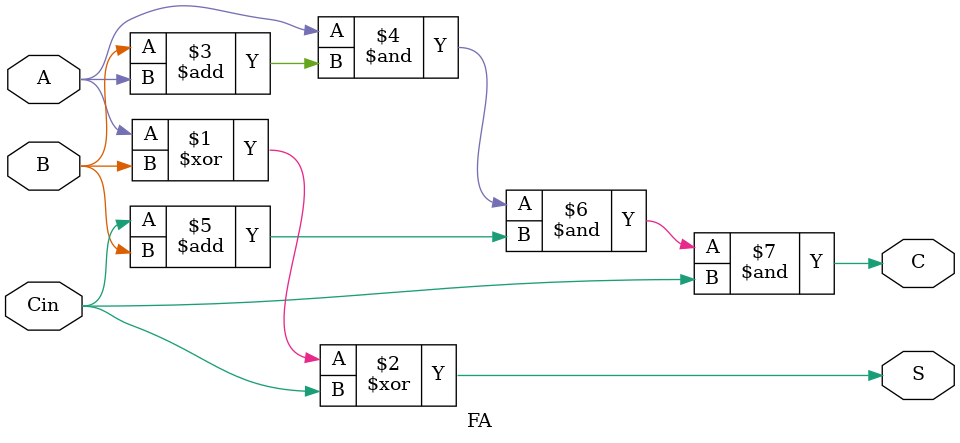
<source format=v>
module FA(A, B, Cin, C, S);
input A, B, Cin;
output C, S;

assign S = A ^ B ^ Cin;
assign C = A & B + A & Cin + B & Cin;
endmodule
</source>
